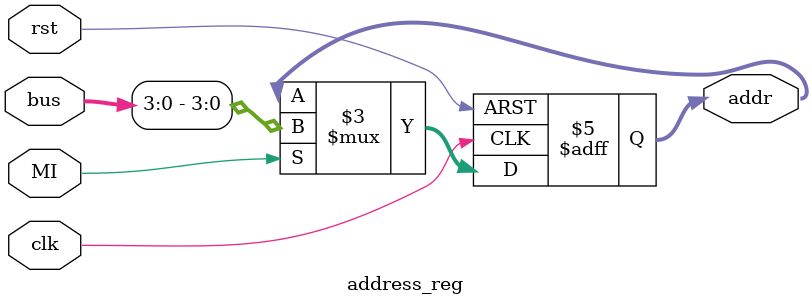
<source format=v>
module address_reg (
	// System Inputs
	input rst,
	input clk,
	// Values In
	input [7:0] bus,
	// Control Signals
	input MI,
	// Outputs
	output reg [3:0] addr
	);
	
	initial begin addr = 0; end
	
	always @(posedge clk or posedge rst)
		begin
			if (rst)
				addr <= 0;
			else
				if (MI)
					addr <= bus[3:0];
		end

endmodule			
</source>
